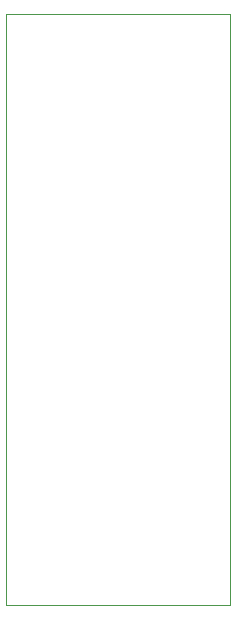
<source format=gbr>
%TF.GenerationSoftware,KiCad,Pcbnew,(5.1.10)-1*%
%TF.CreationDate,2021-06-07T16:12:13-04:00*%
%TF.ProjectId,Thermometre_IR,54686572-6d6f-46d6-9574-72655f49522e,rev?*%
%TF.SameCoordinates,Original*%
%TF.FileFunction,Profile,NP*%
%FSLAX46Y46*%
G04 Gerber Fmt 4.6, Leading zero omitted, Abs format (unit mm)*
G04 Created by KiCad (PCBNEW (5.1.10)-1) date 2021-06-07 16:12:13*
%MOMM*%
%LPD*%
G01*
G04 APERTURE LIST*
%TA.AperFunction,Profile*%
%ADD10C,0.050000*%
%TD*%
G04 APERTURE END LIST*
D10*
X183130000Y-104410000D02*
X183130000Y-112480000D01*
X183134000Y-62484000D02*
X164134000Y-62484000D01*
X183130000Y-112480000D02*
X164130000Y-112480000D01*
X183134000Y-62484000D02*
X183130000Y-104410000D01*
X164130000Y-62484000D02*
X164130000Y-112480000D01*
M02*

</source>
